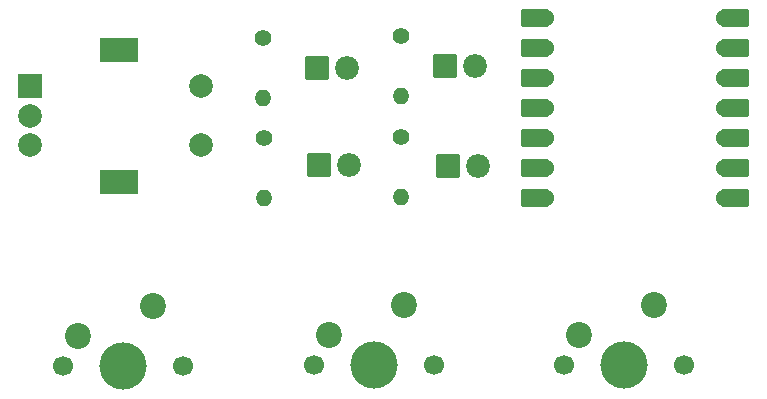
<source format=gbr>
%TF.GenerationSoftware,KiCad,Pcbnew,8.99.0-3419-gcbbcb5ae32*%
%TF.CreationDate,2025-07-01T05:37:36+08:00*%
%TF.ProjectId,pinder,70696e64-6572-42e6-9b69-6361645f7063,rev?*%
%TF.SameCoordinates,Original*%
%TF.FileFunction,Soldermask,Top*%
%TF.FilePolarity,Negative*%
%FSLAX46Y46*%
G04 Gerber Fmt 4.6, Leading zero omitted, Abs format (unit mm)*
G04 Created by KiCad (PCBNEW 8.99.0-3419-gcbbcb5ae32) date 2025-07-01 05:37:36*
%MOMM*%
%LPD*%
G01*
G04 APERTURE LIST*
G04 Aperture macros list*
%AMRoundRect*
0 Rectangle with rounded corners*
0 $1 Rounding radius*
0 $2 $3 $4 $5 $6 $7 $8 $9 X,Y pos of 4 corners*
0 Add a 4 corners polygon primitive as box body*
4,1,4,$2,$3,$4,$5,$6,$7,$8,$9,$2,$3,0*
0 Add four circle primitives for the rounded corners*
1,1,$1+$1,$2,$3*
1,1,$1+$1,$4,$5*
1,1,$1+$1,$6,$7*
1,1,$1+$1,$8,$9*
0 Add four rect primitives between the rounded corners*
20,1,$1+$1,$2,$3,$4,$5,0*
20,1,$1+$1,$4,$5,$6,$7,0*
20,1,$1+$1,$6,$7,$8,$9,0*
20,1,$1+$1,$8,$9,$2,$3,0*%
G04 Aperture macros list end*
%ADD10C,1.400000*%
%ADD11O,1.400000X1.400000*%
%ADD12C,2.019000*%
%ADD13RoundRect,0.102000X-0.907500X-0.907500X0.907500X-0.907500X0.907500X0.907500X-0.907500X0.907500X0*%
%ADD14C,1.700000*%
%ADD15C,4.000000*%
%ADD16C,2.200000*%
%ADD17RoundRect,0.152400X1.063600X0.609600X-1.063600X0.609600X-1.063600X-0.609600X1.063600X-0.609600X0*%
%ADD18C,1.524000*%
%ADD19RoundRect,0.152400X-1.063600X-0.609600X1.063600X-0.609600X1.063600X0.609600X-1.063600X0.609600X0*%
%ADD20R,2.000000X2.000000*%
%ADD21C,2.000000*%
%ADD22R,3.200000X2.000000*%
G04 APERTURE END LIST*
D10*
%TO.C,R2*%
X118580000Y-55935000D03*
D11*
X118580000Y-61015000D03*
%TD*%
D12*
%TO.C,D1*%
X136500000Y-58300000D03*
D13*
X133960000Y-58300000D03*
%TD*%
D10*
%TO.C,R1*%
X130230000Y-55760000D03*
D11*
X130230000Y-60840000D03*
%TD*%
D14*
%TO.C,SW3*%
X144000000Y-83620000D03*
D15*
X149080000Y-83620000D03*
D14*
X154160000Y-83620000D03*
D16*
X151620000Y-78540000D03*
X145270000Y-81080000D03*
%TD*%
D10*
%TO.C,R4*%
X118615000Y-64450000D03*
D11*
X118615000Y-69530000D03*
%TD*%
D14*
%TO.C,SW2*%
X122860000Y-83620000D03*
D15*
X127940000Y-83620000D03*
D14*
X133020000Y-83620000D03*
D16*
X130480000Y-78540000D03*
X124130000Y-81080000D03*
%TD*%
D10*
%TO.C,R3*%
X130265000Y-64350000D03*
D11*
X130265000Y-69430000D03*
%TD*%
D12*
%TO.C,D3*%
X136765000Y-66800000D03*
D13*
X134225000Y-66800000D03*
%TD*%
D17*
%TO.C,U1*%
X141560600Y-54291200D03*
D18*
X142395600Y-54291200D03*
D17*
X141560600Y-56831200D03*
D18*
X142395600Y-56831200D03*
D17*
X141560600Y-59371200D03*
D18*
X142395600Y-59371200D03*
D17*
X141560600Y-61911200D03*
D18*
X142395600Y-61911200D03*
D17*
X141560600Y-64451200D03*
D18*
X142395600Y-64451200D03*
D17*
X141560600Y-66991200D03*
D18*
X142395600Y-66991200D03*
D17*
X141560600Y-69531200D03*
D18*
X142395600Y-69531200D03*
X157635600Y-69531200D03*
D19*
X158470600Y-69531200D03*
D18*
X157635600Y-66991200D03*
D19*
X158470600Y-66991200D03*
D18*
X157635600Y-64451200D03*
D19*
X158470600Y-64451200D03*
D18*
X157635600Y-61911200D03*
D19*
X158470600Y-61911200D03*
D18*
X157635600Y-59371200D03*
D19*
X158470600Y-59371200D03*
D18*
X157635600Y-56831200D03*
D19*
X158470600Y-56831200D03*
D18*
X157635600Y-54291200D03*
D19*
X158470600Y-54291200D03*
%TD*%
D14*
%TO.C,SW1*%
X101604000Y-83710400D03*
D15*
X106684000Y-83710400D03*
D14*
X111764000Y-83710400D03*
D16*
X109224000Y-78630400D03*
X102874000Y-81170400D03*
%TD*%
D12*
%TO.C,D2*%
X125650000Y-58525000D03*
D13*
X123110000Y-58525000D03*
%TD*%
D20*
%TO.C,SW4*%
X98825000Y-60025000D03*
D21*
X98825000Y-65025000D03*
X98825000Y-62525000D03*
D22*
X106325000Y-56925000D03*
X106325000Y-68125000D03*
D21*
X113325000Y-65025000D03*
X113325000Y-60025000D03*
%TD*%
D12*
%TO.C,D4*%
X125860000Y-66700000D03*
D13*
X123320000Y-66700000D03*
%TD*%
M02*

</source>
